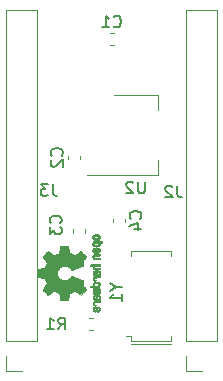
<source format=gbo>
G04 #@! TF.GenerationSoftware,KiCad,Pcbnew,(5.0.0)*
G04 #@! TF.CreationDate,2018-09-15T15:06:13-04:00*
G04 #@! TF.ProjectId,STMPod,53544D506F642E6B696361645F706362,rev?*
G04 #@! TF.SameCoordinates,Original*
G04 #@! TF.FileFunction,Legend,Bot*
G04 #@! TF.FilePolarity,Positive*
%FSLAX46Y46*%
G04 Gerber Fmt 4.6, Leading zero omitted, Abs format (unit mm)*
G04 Created by KiCad (PCBNEW (5.0.0)) date 09/15/18 15:06:13*
%MOMM*%
%LPD*%
G01*
G04 APERTURE LIST*
%ADD10C,0.120000*%
%ADD11C,0.010000*%
%ADD12C,0.150000*%
G04 APERTURE END LIST*
D10*
G04 #@! TO.C,R1*
X173319221Y-99443000D02*
X173644779Y-99443000D01*
X173319221Y-98423000D02*
X173644779Y-98423000D01*
G04 #@! TO.C,Y1*
X180262000Y-93160000D02*
X180262000Y-92760000D01*
X180262000Y-92760000D02*
X176862000Y-92760000D01*
X176862000Y-92760000D02*
X176862000Y-93160000D01*
X180262000Y-100600000D02*
X176862000Y-100600000D01*
X176462000Y-99960000D02*
X176862000Y-99960000D01*
X176862000Y-99960000D02*
X176862000Y-100360000D01*
X176862000Y-100360000D02*
X180262000Y-100360000D01*
X180262000Y-100360000D02*
X180262000Y-99960000D01*
G04 #@! TO.C,C1*
X175422779Y-74293000D02*
X175097221Y-74293000D01*
X175422779Y-75313000D02*
X175097221Y-75313000D01*
G04 #@! TO.C,C2*
X172595000Y-84673221D02*
X172595000Y-84998779D01*
X171575000Y-84673221D02*
X171575000Y-84998779D01*
G04 #@! TO.C,C3*
X172976000Y-91221779D02*
X172976000Y-90896221D01*
X171956000Y-91221779D02*
X171956000Y-90896221D01*
G04 #@! TO.C,C4*
X175385000Y-90332779D02*
X175385000Y-90007221D01*
X176405000Y-90332779D02*
X176405000Y-90007221D01*
G04 #@! TO.C,J2*
X181550000Y-72330000D02*
X184210000Y-72330000D01*
X181550000Y-100330000D02*
X181550000Y-72330000D01*
X184210000Y-100330000D02*
X184210000Y-72330000D01*
X181550000Y-100330000D02*
X184210000Y-100330000D01*
X181550000Y-101600000D02*
X181550000Y-102930000D01*
X181550000Y-102930000D02*
X182880000Y-102930000D01*
G04 #@! TO.C,J3*
X166310000Y-102930000D02*
X167640000Y-102930000D01*
X166310000Y-101600000D02*
X166310000Y-102930000D01*
X166310000Y-100330000D02*
X168970000Y-100330000D01*
X168970000Y-100330000D02*
X168970000Y-72330000D01*
X166310000Y-100330000D02*
X166310000Y-72330000D01*
X166310000Y-72330000D02*
X168970000Y-72330000D01*
D11*
G04 #@! TO.C,REF\002A\002A*
G36*
X168946348Y-94718910D02*
X168946778Y-94797454D01*
X168947942Y-94854298D01*
X168950207Y-94893105D01*
X168953940Y-94917538D01*
X168959506Y-94931262D01*
X168967273Y-94937940D01*
X168977605Y-94941236D01*
X168978943Y-94941556D01*
X169003079Y-94946562D01*
X169050701Y-94955829D01*
X169116741Y-94968392D01*
X169196128Y-94983287D01*
X169283796Y-94999551D01*
X169286875Y-95000119D01*
X169372789Y-95016410D01*
X169448696Y-95031652D01*
X169510045Y-95044861D01*
X169552282Y-95055054D01*
X169570855Y-95061248D01*
X169571184Y-95061543D01*
X169580253Y-95079788D01*
X169595367Y-95117405D01*
X169613262Y-95166271D01*
X169613358Y-95166543D01*
X169636493Y-95228093D01*
X169665965Y-95300657D01*
X169695597Y-95369057D01*
X169697062Y-95372294D01*
X169747626Y-95483702D01*
X169579160Y-95730399D01*
X169527803Y-95806077D01*
X169481889Y-95874631D01*
X169444030Y-95932088D01*
X169416837Y-95974476D01*
X169402921Y-95997825D01*
X169401889Y-96000042D01*
X169406484Y-96017010D01*
X169428655Y-96048701D01*
X169469447Y-96096352D01*
X169529905Y-96161198D01*
X169594227Y-96227397D01*
X169657612Y-96291214D01*
X169715451Y-96348329D01*
X169764175Y-96395305D01*
X169800210Y-96428703D01*
X169819984Y-96445085D01*
X169821002Y-96445694D01*
X169834572Y-96447505D01*
X169856733Y-96440683D01*
X169890478Y-96423540D01*
X169938800Y-96394393D01*
X170004692Y-96351555D01*
X170089517Y-96294448D01*
X170164177Y-96243766D01*
X170231140Y-96198461D01*
X170286516Y-96161150D01*
X170326420Y-96134452D01*
X170346962Y-96120985D01*
X170348356Y-96120137D01*
X170368038Y-96121781D01*
X170406293Y-96134245D01*
X170455889Y-96155048D01*
X170471728Y-96162462D01*
X170542290Y-96194814D01*
X170622353Y-96229328D01*
X170691629Y-96257365D01*
X170743045Y-96277568D01*
X170782119Y-96293615D01*
X170802541Y-96302888D01*
X170804114Y-96304041D01*
X170806721Y-96321096D01*
X170813863Y-96361298D01*
X170824523Y-96419302D01*
X170837685Y-96489763D01*
X170852333Y-96567335D01*
X170867449Y-96646672D01*
X170882018Y-96722431D01*
X170895022Y-96789264D01*
X170905445Y-96841828D01*
X170912270Y-96874776D01*
X170914199Y-96882857D01*
X170918962Y-96891205D01*
X170929718Y-96897506D01*
X170950098Y-96902045D01*
X170983734Y-96905104D01*
X171034255Y-96906967D01*
X171105292Y-96907918D01*
X171200476Y-96908240D01*
X171239492Y-96908257D01*
X171556799Y-96908257D01*
X171571839Y-96832057D01*
X171579995Y-96789663D01*
X171591899Y-96726400D01*
X171606116Y-96649962D01*
X171621210Y-96568043D01*
X171625355Y-96545400D01*
X171640053Y-96469806D01*
X171654505Y-96403953D01*
X171667375Y-96353366D01*
X171677322Y-96323574D01*
X171680287Y-96318612D01*
X171701283Y-96306426D01*
X171741967Y-96288953D01*
X171794322Y-96269577D01*
X171805600Y-96265734D01*
X171875523Y-96240339D01*
X171954418Y-96208817D01*
X172025266Y-96177969D01*
X172025595Y-96177817D01*
X172136733Y-96126447D01*
X172385253Y-96295399D01*
X172633772Y-96464352D01*
X172851058Y-96247429D01*
X172915726Y-96181819D01*
X172972733Y-96121979D01*
X173019033Y-96071267D01*
X173051584Y-96033046D01*
X173067343Y-96010675D01*
X173068343Y-96007466D01*
X173060469Y-95988626D01*
X173038578Y-95950180D01*
X173005267Y-95896330D01*
X172963131Y-95831276D01*
X172915943Y-95760940D01*
X172867810Y-95689555D01*
X172825928Y-95625908D01*
X172792871Y-95574041D01*
X172771218Y-95537995D01*
X172763543Y-95521867D01*
X172770037Y-95502189D01*
X172787150Y-95464875D01*
X172811326Y-95417621D01*
X172814013Y-95412612D01*
X172845927Y-95348977D01*
X172861579Y-95305341D01*
X172861745Y-95278202D01*
X172847204Y-95264057D01*
X172847000Y-95263975D01*
X172829779Y-95256905D01*
X172788899Y-95240042D01*
X172727525Y-95214695D01*
X172648819Y-95182171D01*
X172555947Y-95143778D01*
X172452072Y-95100822D01*
X172351502Y-95059222D01*
X172240516Y-95013504D01*
X172137703Y-94971526D01*
X172046215Y-94934548D01*
X171969201Y-94903827D01*
X171909815Y-94880622D01*
X171871209Y-94866190D01*
X171856800Y-94861743D01*
X171840272Y-94872896D01*
X171813930Y-94902069D01*
X171784887Y-94940971D01*
X171693039Y-95051757D01*
X171587759Y-95138351D01*
X171471266Y-95199716D01*
X171345776Y-95234815D01*
X171213507Y-95242608D01*
X171152457Y-95236943D01*
X171025795Y-95206078D01*
X170913941Y-95152920D01*
X170818001Y-95080767D01*
X170739076Y-94992917D01*
X170678270Y-94892665D01*
X170636687Y-94783310D01*
X170615428Y-94668147D01*
X170615599Y-94550475D01*
X170638301Y-94433590D01*
X170684638Y-94320789D01*
X170755713Y-94215369D01*
X170795911Y-94171368D01*
X170899129Y-94086979D01*
X171011925Y-94028222D01*
X171131010Y-93994704D01*
X171253095Y-93986035D01*
X171374893Y-94001823D01*
X171493116Y-94041678D01*
X171604475Y-94105207D01*
X171705684Y-94192021D01*
X171784887Y-94289029D01*
X171815162Y-94329437D01*
X171841219Y-94357982D01*
X171856825Y-94368257D01*
X171873843Y-94362877D01*
X171914500Y-94347575D01*
X171975642Y-94323612D01*
X172054119Y-94292244D01*
X172146780Y-94254732D01*
X172250472Y-94212333D01*
X172351526Y-94170663D01*
X172462607Y-94124690D01*
X172565541Y-94082107D01*
X172657165Y-94044221D01*
X172734316Y-94012340D01*
X172793831Y-93987771D01*
X172832544Y-93971820D01*
X172847000Y-93965910D01*
X172861685Y-93951948D01*
X172861642Y-93924940D01*
X172846099Y-93881413D01*
X172814284Y-93817890D01*
X172814013Y-93817388D01*
X172789323Y-93769560D01*
X172771338Y-93730897D01*
X172763614Y-93709095D01*
X172763543Y-93708133D01*
X172771378Y-93691721D01*
X172793165Y-93655487D01*
X172826328Y-93603474D01*
X172868291Y-93539725D01*
X172915943Y-93469060D01*
X172964191Y-93397116D01*
X173006151Y-93332274D01*
X173039227Y-93278735D01*
X173060821Y-93240697D01*
X173068343Y-93222533D01*
X173058457Y-93205808D01*
X173030826Y-93172180D01*
X172988495Y-93125010D01*
X172934505Y-93067658D01*
X172871899Y-93003484D01*
X172850983Y-92982497D01*
X172633623Y-92765499D01*
X172391220Y-92930668D01*
X172316781Y-92980864D01*
X172249972Y-93024919D01*
X172194665Y-93060362D01*
X172154729Y-93084719D01*
X172134036Y-93095522D01*
X172132563Y-93095838D01*
X172113058Y-93090143D01*
X172073822Y-93074826D01*
X172021430Y-93052537D01*
X171986355Y-93036893D01*
X171919201Y-93007641D01*
X171851358Y-92980094D01*
X171794034Y-92958737D01*
X171776572Y-92952935D01*
X171729938Y-92936452D01*
X171693905Y-92920340D01*
X171680287Y-92911490D01*
X171671952Y-92891960D01*
X171660137Y-92849334D01*
X171646181Y-92789145D01*
X171631422Y-92716922D01*
X171625355Y-92684600D01*
X171610273Y-92602522D01*
X171595669Y-92523795D01*
X171582980Y-92456109D01*
X171573642Y-92407160D01*
X171571839Y-92397943D01*
X171556799Y-92321743D01*
X171239492Y-92321743D01*
X171135154Y-92321914D01*
X171056213Y-92322616D01*
X170999038Y-92324134D01*
X170959999Y-92326749D01*
X170935465Y-92330746D01*
X170921805Y-92336409D01*
X170915389Y-92344020D01*
X170914199Y-92347143D01*
X170909980Y-92365978D01*
X170901562Y-92407588D01*
X170889961Y-92466630D01*
X170876195Y-92537757D01*
X170861280Y-92615625D01*
X170846232Y-92694887D01*
X170832069Y-92770198D01*
X170819806Y-92836213D01*
X170810461Y-92887587D01*
X170805050Y-92918975D01*
X170804114Y-92925959D01*
X170791596Y-92932285D01*
X170758246Y-92946290D01*
X170710377Y-92965355D01*
X170691629Y-92972634D01*
X170619195Y-93001996D01*
X170539170Y-93036571D01*
X170471728Y-93067537D01*
X170420159Y-93090323D01*
X170377785Y-93105482D01*
X170351834Y-93110542D01*
X170348356Y-93109736D01*
X170331936Y-93099041D01*
X170295417Y-93074620D01*
X170242687Y-93039095D01*
X170177635Y-92995087D01*
X170104151Y-92945217D01*
X170089645Y-92935356D01*
X170003704Y-92877492D01*
X169938261Y-92834956D01*
X169890304Y-92806054D01*
X169856820Y-92789090D01*
X169834795Y-92782367D01*
X169821217Y-92784190D01*
X169821131Y-92784236D01*
X169803297Y-92798586D01*
X169768817Y-92830323D01*
X169721268Y-92876010D01*
X169664222Y-92932204D01*
X169601255Y-92995468D01*
X169594227Y-93002602D01*
X169517020Y-93082330D01*
X169460330Y-93143857D01*
X169423110Y-93188421D01*
X169404315Y-93217257D01*
X169401889Y-93229958D01*
X169412471Y-93248494D01*
X169436916Y-93286961D01*
X169472612Y-93341386D01*
X169516947Y-93407798D01*
X169567311Y-93482225D01*
X169579160Y-93499601D01*
X169747626Y-93746297D01*
X169697062Y-93857706D01*
X169667595Y-93925457D01*
X169637959Y-93998183D01*
X169614330Y-94060703D01*
X169613358Y-94063457D01*
X169595457Y-94112360D01*
X169580320Y-94150057D01*
X169571210Y-94168425D01*
X169571184Y-94168456D01*
X169554717Y-94174285D01*
X169514219Y-94184192D01*
X169454242Y-94197195D01*
X169379340Y-94212309D01*
X169294064Y-94228552D01*
X169286875Y-94229881D01*
X169199014Y-94246175D01*
X169119260Y-94261133D01*
X169052681Y-94273791D01*
X169004347Y-94283186D01*
X168979325Y-94288354D01*
X168978943Y-94288444D01*
X168968299Y-94291589D01*
X168960262Y-94297704D01*
X168954467Y-94310453D01*
X168950547Y-94333500D01*
X168948135Y-94370509D01*
X168946865Y-94425144D01*
X168946371Y-94501067D01*
X168946286Y-94601944D01*
X168946286Y-94615000D01*
X168946348Y-94718910D01*
X168946348Y-94718910D01*
G37*
X168946348Y-94718910D02*
X168946778Y-94797454D01*
X168947942Y-94854298D01*
X168950207Y-94893105D01*
X168953940Y-94917538D01*
X168959506Y-94931262D01*
X168967273Y-94937940D01*
X168977605Y-94941236D01*
X168978943Y-94941556D01*
X169003079Y-94946562D01*
X169050701Y-94955829D01*
X169116741Y-94968392D01*
X169196128Y-94983287D01*
X169283796Y-94999551D01*
X169286875Y-95000119D01*
X169372789Y-95016410D01*
X169448696Y-95031652D01*
X169510045Y-95044861D01*
X169552282Y-95055054D01*
X169570855Y-95061248D01*
X169571184Y-95061543D01*
X169580253Y-95079788D01*
X169595367Y-95117405D01*
X169613262Y-95166271D01*
X169613358Y-95166543D01*
X169636493Y-95228093D01*
X169665965Y-95300657D01*
X169695597Y-95369057D01*
X169697062Y-95372294D01*
X169747626Y-95483702D01*
X169579160Y-95730399D01*
X169527803Y-95806077D01*
X169481889Y-95874631D01*
X169444030Y-95932088D01*
X169416837Y-95974476D01*
X169402921Y-95997825D01*
X169401889Y-96000042D01*
X169406484Y-96017010D01*
X169428655Y-96048701D01*
X169469447Y-96096352D01*
X169529905Y-96161198D01*
X169594227Y-96227397D01*
X169657612Y-96291214D01*
X169715451Y-96348329D01*
X169764175Y-96395305D01*
X169800210Y-96428703D01*
X169819984Y-96445085D01*
X169821002Y-96445694D01*
X169834572Y-96447505D01*
X169856733Y-96440683D01*
X169890478Y-96423540D01*
X169938800Y-96394393D01*
X170004692Y-96351555D01*
X170089517Y-96294448D01*
X170164177Y-96243766D01*
X170231140Y-96198461D01*
X170286516Y-96161150D01*
X170326420Y-96134452D01*
X170346962Y-96120985D01*
X170348356Y-96120137D01*
X170368038Y-96121781D01*
X170406293Y-96134245D01*
X170455889Y-96155048D01*
X170471728Y-96162462D01*
X170542290Y-96194814D01*
X170622353Y-96229328D01*
X170691629Y-96257365D01*
X170743045Y-96277568D01*
X170782119Y-96293615D01*
X170802541Y-96302888D01*
X170804114Y-96304041D01*
X170806721Y-96321096D01*
X170813863Y-96361298D01*
X170824523Y-96419302D01*
X170837685Y-96489763D01*
X170852333Y-96567335D01*
X170867449Y-96646672D01*
X170882018Y-96722431D01*
X170895022Y-96789264D01*
X170905445Y-96841828D01*
X170912270Y-96874776D01*
X170914199Y-96882857D01*
X170918962Y-96891205D01*
X170929718Y-96897506D01*
X170950098Y-96902045D01*
X170983734Y-96905104D01*
X171034255Y-96906967D01*
X171105292Y-96907918D01*
X171200476Y-96908240D01*
X171239492Y-96908257D01*
X171556799Y-96908257D01*
X171571839Y-96832057D01*
X171579995Y-96789663D01*
X171591899Y-96726400D01*
X171606116Y-96649962D01*
X171621210Y-96568043D01*
X171625355Y-96545400D01*
X171640053Y-96469806D01*
X171654505Y-96403953D01*
X171667375Y-96353366D01*
X171677322Y-96323574D01*
X171680287Y-96318612D01*
X171701283Y-96306426D01*
X171741967Y-96288953D01*
X171794322Y-96269577D01*
X171805600Y-96265734D01*
X171875523Y-96240339D01*
X171954418Y-96208817D01*
X172025266Y-96177969D01*
X172025595Y-96177817D01*
X172136733Y-96126447D01*
X172385253Y-96295399D01*
X172633772Y-96464352D01*
X172851058Y-96247429D01*
X172915726Y-96181819D01*
X172972733Y-96121979D01*
X173019033Y-96071267D01*
X173051584Y-96033046D01*
X173067343Y-96010675D01*
X173068343Y-96007466D01*
X173060469Y-95988626D01*
X173038578Y-95950180D01*
X173005267Y-95896330D01*
X172963131Y-95831276D01*
X172915943Y-95760940D01*
X172867810Y-95689555D01*
X172825928Y-95625908D01*
X172792871Y-95574041D01*
X172771218Y-95537995D01*
X172763543Y-95521867D01*
X172770037Y-95502189D01*
X172787150Y-95464875D01*
X172811326Y-95417621D01*
X172814013Y-95412612D01*
X172845927Y-95348977D01*
X172861579Y-95305341D01*
X172861745Y-95278202D01*
X172847204Y-95264057D01*
X172847000Y-95263975D01*
X172829779Y-95256905D01*
X172788899Y-95240042D01*
X172727525Y-95214695D01*
X172648819Y-95182171D01*
X172555947Y-95143778D01*
X172452072Y-95100822D01*
X172351502Y-95059222D01*
X172240516Y-95013504D01*
X172137703Y-94971526D01*
X172046215Y-94934548D01*
X171969201Y-94903827D01*
X171909815Y-94880622D01*
X171871209Y-94866190D01*
X171856800Y-94861743D01*
X171840272Y-94872896D01*
X171813930Y-94902069D01*
X171784887Y-94940971D01*
X171693039Y-95051757D01*
X171587759Y-95138351D01*
X171471266Y-95199716D01*
X171345776Y-95234815D01*
X171213507Y-95242608D01*
X171152457Y-95236943D01*
X171025795Y-95206078D01*
X170913941Y-95152920D01*
X170818001Y-95080767D01*
X170739076Y-94992917D01*
X170678270Y-94892665D01*
X170636687Y-94783310D01*
X170615428Y-94668147D01*
X170615599Y-94550475D01*
X170638301Y-94433590D01*
X170684638Y-94320789D01*
X170755713Y-94215369D01*
X170795911Y-94171368D01*
X170899129Y-94086979D01*
X171011925Y-94028222D01*
X171131010Y-93994704D01*
X171253095Y-93986035D01*
X171374893Y-94001823D01*
X171493116Y-94041678D01*
X171604475Y-94105207D01*
X171705684Y-94192021D01*
X171784887Y-94289029D01*
X171815162Y-94329437D01*
X171841219Y-94357982D01*
X171856825Y-94368257D01*
X171873843Y-94362877D01*
X171914500Y-94347575D01*
X171975642Y-94323612D01*
X172054119Y-94292244D01*
X172146780Y-94254732D01*
X172250472Y-94212333D01*
X172351526Y-94170663D01*
X172462607Y-94124690D01*
X172565541Y-94082107D01*
X172657165Y-94044221D01*
X172734316Y-94012340D01*
X172793831Y-93987771D01*
X172832544Y-93971820D01*
X172847000Y-93965910D01*
X172861685Y-93951948D01*
X172861642Y-93924940D01*
X172846099Y-93881413D01*
X172814284Y-93817890D01*
X172814013Y-93817388D01*
X172789323Y-93769560D01*
X172771338Y-93730897D01*
X172763614Y-93709095D01*
X172763543Y-93708133D01*
X172771378Y-93691721D01*
X172793165Y-93655487D01*
X172826328Y-93603474D01*
X172868291Y-93539725D01*
X172915943Y-93469060D01*
X172964191Y-93397116D01*
X173006151Y-93332274D01*
X173039227Y-93278735D01*
X173060821Y-93240697D01*
X173068343Y-93222533D01*
X173058457Y-93205808D01*
X173030826Y-93172180D01*
X172988495Y-93125010D01*
X172934505Y-93067658D01*
X172871899Y-93003484D01*
X172850983Y-92982497D01*
X172633623Y-92765499D01*
X172391220Y-92930668D01*
X172316781Y-92980864D01*
X172249972Y-93024919D01*
X172194665Y-93060362D01*
X172154729Y-93084719D01*
X172134036Y-93095522D01*
X172132563Y-93095838D01*
X172113058Y-93090143D01*
X172073822Y-93074826D01*
X172021430Y-93052537D01*
X171986355Y-93036893D01*
X171919201Y-93007641D01*
X171851358Y-92980094D01*
X171794034Y-92958737D01*
X171776572Y-92952935D01*
X171729938Y-92936452D01*
X171693905Y-92920340D01*
X171680287Y-92911490D01*
X171671952Y-92891960D01*
X171660137Y-92849334D01*
X171646181Y-92789145D01*
X171631422Y-92716922D01*
X171625355Y-92684600D01*
X171610273Y-92602522D01*
X171595669Y-92523795D01*
X171582980Y-92456109D01*
X171573642Y-92407160D01*
X171571839Y-92397943D01*
X171556799Y-92321743D01*
X171239492Y-92321743D01*
X171135154Y-92321914D01*
X171056213Y-92322616D01*
X170999038Y-92324134D01*
X170959999Y-92326749D01*
X170935465Y-92330746D01*
X170921805Y-92336409D01*
X170915389Y-92344020D01*
X170914199Y-92347143D01*
X170909980Y-92365978D01*
X170901562Y-92407588D01*
X170889961Y-92466630D01*
X170876195Y-92537757D01*
X170861280Y-92615625D01*
X170846232Y-92694887D01*
X170832069Y-92770198D01*
X170819806Y-92836213D01*
X170810461Y-92887587D01*
X170805050Y-92918975D01*
X170804114Y-92925959D01*
X170791596Y-92932285D01*
X170758246Y-92946290D01*
X170710377Y-92965355D01*
X170691629Y-92972634D01*
X170619195Y-93001996D01*
X170539170Y-93036571D01*
X170471728Y-93067537D01*
X170420159Y-93090323D01*
X170377785Y-93105482D01*
X170351834Y-93110542D01*
X170348356Y-93109736D01*
X170331936Y-93099041D01*
X170295417Y-93074620D01*
X170242687Y-93039095D01*
X170177635Y-92995087D01*
X170104151Y-92945217D01*
X170089645Y-92935356D01*
X170003704Y-92877492D01*
X169938261Y-92834956D01*
X169890304Y-92806054D01*
X169856820Y-92789090D01*
X169834795Y-92782367D01*
X169821217Y-92784190D01*
X169821131Y-92784236D01*
X169803297Y-92798586D01*
X169768817Y-92830323D01*
X169721268Y-92876010D01*
X169664222Y-92932204D01*
X169601255Y-92995468D01*
X169594227Y-93002602D01*
X169517020Y-93082330D01*
X169460330Y-93143857D01*
X169423110Y-93188421D01*
X169404315Y-93217257D01*
X169401889Y-93229958D01*
X169412471Y-93248494D01*
X169436916Y-93286961D01*
X169472612Y-93341386D01*
X169516947Y-93407798D01*
X169567311Y-93482225D01*
X169579160Y-93499601D01*
X169747626Y-93746297D01*
X169697062Y-93857706D01*
X169667595Y-93925457D01*
X169637959Y-93998183D01*
X169614330Y-94060703D01*
X169613358Y-94063457D01*
X169595457Y-94112360D01*
X169580320Y-94150057D01*
X169571210Y-94168425D01*
X169571184Y-94168456D01*
X169554717Y-94174285D01*
X169514219Y-94184192D01*
X169454242Y-94197195D01*
X169379340Y-94212309D01*
X169294064Y-94228552D01*
X169286875Y-94229881D01*
X169199014Y-94246175D01*
X169119260Y-94261133D01*
X169052681Y-94273791D01*
X169004347Y-94283186D01*
X168979325Y-94288354D01*
X168978943Y-94288444D01*
X168968299Y-94291589D01*
X168960262Y-94297704D01*
X168954467Y-94310453D01*
X168950547Y-94333500D01*
X168948135Y-94370509D01*
X168946865Y-94425144D01*
X168946371Y-94501067D01*
X168946286Y-94601944D01*
X168946286Y-94615000D01*
X168946348Y-94718910D01*
G36*
X173670966Y-97768595D02*
X173708497Y-97826021D01*
X173742096Y-97853719D01*
X173803064Y-97875662D01*
X173851308Y-97877405D01*
X173915816Y-97873457D01*
X173980934Y-97724686D01*
X174014202Y-97652349D01*
X174040964Y-97605084D01*
X174064144Y-97580507D01*
X174086667Y-97576237D01*
X174111455Y-97589889D01*
X174127886Y-97604943D01*
X174154235Y-97648746D01*
X174156081Y-97696389D01*
X174135546Y-97740145D01*
X174094752Y-97772289D01*
X174080347Y-97778038D01*
X174035356Y-97805576D01*
X174016182Y-97837258D01*
X173999779Y-97880714D01*
X174061966Y-97880714D01*
X174104283Y-97876872D01*
X174139969Y-97861823D01*
X174180943Y-97830280D01*
X174186267Y-97825592D01*
X174222720Y-97790506D01*
X174242283Y-97760347D01*
X174251283Y-97722615D01*
X174254230Y-97691335D01*
X174254965Y-97635385D01*
X174245660Y-97595555D01*
X174231846Y-97570708D01*
X174201467Y-97531656D01*
X174168613Y-97504625D01*
X174127294Y-97487517D01*
X174071521Y-97478238D01*
X173995305Y-97474693D01*
X173956622Y-97474410D01*
X173910247Y-97475372D01*
X173910247Y-97563007D01*
X173935126Y-97564023D01*
X173939200Y-97566556D01*
X173933665Y-97583274D01*
X173919017Y-97619249D01*
X173898190Y-97667331D01*
X173893714Y-97677386D01*
X173862814Y-97738152D01*
X173835657Y-97771632D01*
X173810220Y-97778990D01*
X173784481Y-97761391D01*
X173773109Y-97746856D01*
X173750364Y-97694410D01*
X173754122Y-97645322D01*
X173781884Y-97604227D01*
X173831152Y-97575758D01*
X173870257Y-97566631D01*
X173910247Y-97563007D01*
X173910247Y-97475372D01*
X173866249Y-97476285D01*
X173799384Y-97483196D01*
X173750695Y-97496884D01*
X173714849Y-97519096D01*
X173686513Y-97551574D01*
X173677355Y-97565733D01*
X173653507Y-97630053D01*
X173652006Y-97700473D01*
X173670966Y-97768595D01*
X173670966Y-97768595D01*
G37*
X173670966Y-97768595D02*
X173708497Y-97826021D01*
X173742096Y-97853719D01*
X173803064Y-97875662D01*
X173851308Y-97877405D01*
X173915816Y-97873457D01*
X173980934Y-97724686D01*
X174014202Y-97652349D01*
X174040964Y-97605084D01*
X174064144Y-97580507D01*
X174086667Y-97576237D01*
X174111455Y-97589889D01*
X174127886Y-97604943D01*
X174154235Y-97648746D01*
X174156081Y-97696389D01*
X174135546Y-97740145D01*
X174094752Y-97772289D01*
X174080347Y-97778038D01*
X174035356Y-97805576D01*
X174016182Y-97837258D01*
X173999779Y-97880714D01*
X174061966Y-97880714D01*
X174104283Y-97876872D01*
X174139969Y-97861823D01*
X174180943Y-97830280D01*
X174186267Y-97825592D01*
X174222720Y-97790506D01*
X174242283Y-97760347D01*
X174251283Y-97722615D01*
X174254230Y-97691335D01*
X174254965Y-97635385D01*
X174245660Y-97595555D01*
X174231846Y-97570708D01*
X174201467Y-97531656D01*
X174168613Y-97504625D01*
X174127294Y-97487517D01*
X174071521Y-97478238D01*
X173995305Y-97474693D01*
X173956622Y-97474410D01*
X173910247Y-97475372D01*
X173910247Y-97563007D01*
X173935126Y-97564023D01*
X173939200Y-97566556D01*
X173933665Y-97583274D01*
X173919017Y-97619249D01*
X173898190Y-97667331D01*
X173893714Y-97677386D01*
X173862814Y-97738152D01*
X173835657Y-97771632D01*
X173810220Y-97778990D01*
X173784481Y-97761391D01*
X173773109Y-97746856D01*
X173750364Y-97694410D01*
X173754122Y-97645322D01*
X173781884Y-97604227D01*
X173831152Y-97575758D01*
X173870257Y-97566631D01*
X173910247Y-97563007D01*
X173910247Y-97475372D01*
X173866249Y-97476285D01*
X173799384Y-97483196D01*
X173750695Y-97496884D01*
X173714849Y-97519096D01*
X173686513Y-97551574D01*
X173677355Y-97565733D01*
X173653507Y-97630053D01*
X173652006Y-97700473D01*
X173670966Y-97768595D01*
G36*
X173662752Y-97267600D02*
X173670334Y-97284948D01*
X173703128Y-97326356D01*
X173750547Y-97361765D01*
X173801151Y-97383664D01*
X173826098Y-97387229D01*
X173860927Y-97375279D01*
X173879357Y-97349067D01*
X173890516Y-97320964D01*
X173892572Y-97308095D01*
X173877649Y-97301829D01*
X173845175Y-97289456D01*
X173830502Y-97284028D01*
X173779744Y-97253590D01*
X173754427Y-97209520D01*
X173755206Y-97153010D01*
X173756203Y-97148825D01*
X173770507Y-97118655D01*
X173798393Y-97096476D01*
X173843287Y-97081327D01*
X173908615Y-97072250D01*
X173997804Y-97068286D01*
X174045261Y-97067914D01*
X174120071Y-97067730D01*
X174171069Y-97066522D01*
X174203471Y-97063309D01*
X174222495Y-97057109D01*
X174233356Y-97046940D01*
X174241272Y-97031819D01*
X174241670Y-97030946D01*
X174253981Y-97001828D01*
X174258514Y-96987403D01*
X174244809Y-96985186D01*
X174206925Y-96983289D01*
X174149715Y-96981847D01*
X174078027Y-96980998D01*
X174025565Y-96980829D01*
X173924047Y-96981692D01*
X173847032Y-96985070D01*
X173790023Y-96992142D01*
X173748526Y-97004088D01*
X173718043Y-97022090D01*
X173694080Y-97047327D01*
X173677355Y-97072247D01*
X173655097Y-97132171D01*
X173650076Y-97201911D01*
X173662752Y-97267600D01*
X173662752Y-97267600D01*
G37*
X173662752Y-97267600D02*
X173670334Y-97284948D01*
X173703128Y-97326356D01*
X173750547Y-97361765D01*
X173801151Y-97383664D01*
X173826098Y-97387229D01*
X173860927Y-97375279D01*
X173879357Y-97349067D01*
X173890516Y-97320964D01*
X173892572Y-97308095D01*
X173877649Y-97301829D01*
X173845175Y-97289456D01*
X173830502Y-97284028D01*
X173779744Y-97253590D01*
X173754427Y-97209520D01*
X173755206Y-97153010D01*
X173756203Y-97148825D01*
X173770507Y-97118655D01*
X173798393Y-97096476D01*
X173843287Y-97081327D01*
X173908615Y-97072250D01*
X173997804Y-97068286D01*
X174045261Y-97067914D01*
X174120071Y-97067730D01*
X174171069Y-97066522D01*
X174203471Y-97063309D01*
X174222495Y-97057109D01*
X174233356Y-97046940D01*
X174241272Y-97031819D01*
X174241670Y-97030946D01*
X174253981Y-97001828D01*
X174258514Y-96987403D01*
X174244809Y-96985186D01*
X174206925Y-96983289D01*
X174149715Y-96981847D01*
X174078027Y-96980998D01*
X174025565Y-96980829D01*
X173924047Y-96981692D01*
X173847032Y-96985070D01*
X173790023Y-96992142D01*
X173748526Y-97004088D01*
X173718043Y-97022090D01*
X173694080Y-97047327D01*
X173677355Y-97072247D01*
X173655097Y-97132171D01*
X173650076Y-97201911D01*
X173662752Y-97267600D01*
G36*
X173660335Y-96759876D02*
X173679344Y-96801667D01*
X173702378Y-96834469D01*
X173728133Y-96858503D01*
X173761358Y-96875097D01*
X173806800Y-96885577D01*
X173869207Y-96891271D01*
X173953327Y-96893507D01*
X174008721Y-96893743D01*
X174224826Y-96893743D01*
X174241670Y-96856774D01*
X174253981Y-96827656D01*
X174258514Y-96813231D01*
X174245025Y-96810472D01*
X174208653Y-96808282D01*
X174155542Y-96806942D01*
X174113372Y-96806657D01*
X174052447Y-96805434D01*
X174004115Y-96802136D01*
X173974518Y-96797321D01*
X173968229Y-96793496D01*
X173974652Y-96767783D01*
X173991125Y-96727418D01*
X174013458Y-96680679D01*
X174037457Y-96635845D01*
X174058930Y-96601193D01*
X174073685Y-96585002D01*
X174073845Y-96584938D01*
X174101152Y-96586330D01*
X174127219Y-96598818D01*
X174148392Y-96620743D01*
X174155474Y-96652743D01*
X174154649Y-96680092D01*
X174154042Y-96718826D01*
X174163116Y-96739158D01*
X174187092Y-96751369D01*
X174191613Y-96752909D01*
X174225806Y-96758203D01*
X174246568Y-96744047D01*
X174256462Y-96707148D01*
X174258292Y-96667289D01*
X174244727Y-96595562D01*
X174225355Y-96558432D01*
X174179845Y-96512576D01*
X174123983Y-96488256D01*
X174064957Y-96486073D01*
X174009953Y-96506629D01*
X173975486Y-96537549D01*
X173956189Y-96568420D01*
X173931759Y-96616942D01*
X173906985Y-96673485D01*
X173903199Y-96682910D01*
X173875791Y-96745019D01*
X173851634Y-96780822D01*
X173827619Y-96792337D01*
X173800635Y-96781580D01*
X173779543Y-96763114D01*
X173753572Y-96719469D01*
X173751624Y-96671446D01*
X173771637Y-96627406D01*
X173811551Y-96595709D01*
X173821848Y-96591549D01*
X173859724Y-96567327D01*
X173887842Y-96531965D01*
X173910917Y-96487343D01*
X173845485Y-96487343D01*
X173805506Y-96489969D01*
X173773997Y-96501230D01*
X173740378Y-96526199D01*
X173714484Y-96550169D01*
X173677817Y-96587441D01*
X173658121Y-96616401D01*
X173650220Y-96647505D01*
X173648914Y-96682713D01*
X173660335Y-96759876D01*
X173660335Y-96759876D01*
G37*
X173660335Y-96759876D02*
X173679344Y-96801667D01*
X173702378Y-96834469D01*
X173728133Y-96858503D01*
X173761358Y-96875097D01*
X173806800Y-96885577D01*
X173869207Y-96891271D01*
X173953327Y-96893507D01*
X174008721Y-96893743D01*
X174224826Y-96893743D01*
X174241670Y-96856774D01*
X174253981Y-96827656D01*
X174258514Y-96813231D01*
X174245025Y-96810472D01*
X174208653Y-96808282D01*
X174155542Y-96806942D01*
X174113372Y-96806657D01*
X174052447Y-96805434D01*
X174004115Y-96802136D01*
X173974518Y-96797321D01*
X173968229Y-96793496D01*
X173974652Y-96767783D01*
X173991125Y-96727418D01*
X174013458Y-96680679D01*
X174037457Y-96635845D01*
X174058930Y-96601193D01*
X174073685Y-96585002D01*
X174073845Y-96584938D01*
X174101152Y-96586330D01*
X174127219Y-96598818D01*
X174148392Y-96620743D01*
X174155474Y-96652743D01*
X174154649Y-96680092D01*
X174154042Y-96718826D01*
X174163116Y-96739158D01*
X174187092Y-96751369D01*
X174191613Y-96752909D01*
X174225806Y-96758203D01*
X174246568Y-96744047D01*
X174256462Y-96707148D01*
X174258292Y-96667289D01*
X174244727Y-96595562D01*
X174225355Y-96558432D01*
X174179845Y-96512576D01*
X174123983Y-96488256D01*
X174064957Y-96486073D01*
X174009953Y-96506629D01*
X173975486Y-96537549D01*
X173956189Y-96568420D01*
X173931759Y-96616942D01*
X173906985Y-96673485D01*
X173903199Y-96682910D01*
X173875791Y-96745019D01*
X173851634Y-96780822D01*
X173827619Y-96792337D01*
X173800635Y-96781580D01*
X173779543Y-96763114D01*
X173753572Y-96719469D01*
X173751624Y-96671446D01*
X173771637Y-96627406D01*
X173811551Y-96595709D01*
X173821848Y-96591549D01*
X173859724Y-96567327D01*
X173887842Y-96531965D01*
X173910917Y-96487343D01*
X173845485Y-96487343D01*
X173805506Y-96489969D01*
X173773997Y-96501230D01*
X173740378Y-96526199D01*
X173714484Y-96550169D01*
X173677817Y-96587441D01*
X173658121Y-96616401D01*
X173650220Y-96647505D01*
X173648914Y-96682713D01*
X173660335Y-96759876D01*
G36*
X173662663Y-96394833D02*
X173700850Y-96397048D01*
X173758886Y-96398784D01*
X173832180Y-96399899D01*
X173909055Y-96400257D01*
X174169196Y-96400257D01*
X174215127Y-96354326D01*
X174243429Y-96322675D01*
X174254893Y-96294890D01*
X174254168Y-96256915D01*
X174252321Y-96241840D01*
X174246948Y-96194726D01*
X174243869Y-96155756D01*
X174243585Y-96146257D01*
X174245445Y-96114233D01*
X174250114Y-96068432D01*
X174252321Y-96050674D01*
X174255735Y-96007057D01*
X174248320Y-95977745D01*
X174225427Y-95948680D01*
X174215127Y-95938188D01*
X174169196Y-95892257D01*
X173682602Y-95892257D01*
X173665758Y-95929226D01*
X173653282Y-95961059D01*
X173648914Y-95979683D01*
X173662718Y-95984458D01*
X173701286Y-95988921D01*
X173760356Y-95992775D01*
X173835663Y-95995722D01*
X173899286Y-95997143D01*
X174149657Y-96001114D01*
X174154556Y-96035759D01*
X174151131Y-96067268D01*
X174140041Y-96082708D01*
X174119308Y-96087023D01*
X174075145Y-96090708D01*
X174013146Y-96093469D01*
X173938909Y-96095012D01*
X173900706Y-96095235D01*
X173680783Y-96095457D01*
X173664849Y-96141166D01*
X173654015Y-96173518D01*
X173648962Y-96191115D01*
X173648914Y-96191623D01*
X173662648Y-96193388D01*
X173700730Y-96195329D01*
X173758482Y-96197282D01*
X173831227Y-96199084D01*
X173899286Y-96200343D01*
X174149657Y-96204314D01*
X174149657Y-96291400D01*
X173921240Y-96295396D01*
X173692822Y-96299392D01*
X173670868Y-96341847D01*
X173655793Y-96373192D01*
X173648951Y-96391744D01*
X173648914Y-96392279D01*
X173662663Y-96394833D01*
X173662663Y-96394833D01*
G37*
X173662663Y-96394833D02*
X173700850Y-96397048D01*
X173758886Y-96398784D01*
X173832180Y-96399899D01*
X173909055Y-96400257D01*
X174169196Y-96400257D01*
X174215127Y-96354326D01*
X174243429Y-96322675D01*
X174254893Y-96294890D01*
X174254168Y-96256915D01*
X174252321Y-96241840D01*
X174246948Y-96194726D01*
X174243869Y-96155756D01*
X174243585Y-96146257D01*
X174245445Y-96114233D01*
X174250114Y-96068432D01*
X174252321Y-96050674D01*
X174255735Y-96007057D01*
X174248320Y-95977745D01*
X174225427Y-95948680D01*
X174215127Y-95938188D01*
X174169196Y-95892257D01*
X173682602Y-95892257D01*
X173665758Y-95929226D01*
X173653282Y-95961059D01*
X173648914Y-95979683D01*
X173662718Y-95984458D01*
X173701286Y-95988921D01*
X173760356Y-95992775D01*
X173835663Y-95995722D01*
X173899286Y-95997143D01*
X174149657Y-96001114D01*
X174154556Y-96035759D01*
X174151131Y-96067268D01*
X174140041Y-96082708D01*
X174119308Y-96087023D01*
X174075145Y-96090708D01*
X174013146Y-96093469D01*
X173938909Y-96095012D01*
X173900706Y-96095235D01*
X173680783Y-96095457D01*
X173664849Y-96141166D01*
X173654015Y-96173518D01*
X173648962Y-96191115D01*
X173648914Y-96191623D01*
X173662648Y-96193388D01*
X173700730Y-96195329D01*
X173758482Y-96197282D01*
X173831227Y-96199084D01*
X173899286Y-96200343D01*
X174149657Y-96204314D01*
X174149657Y-96291400D01*
X173921240Y-96295396D01*
X173692822Y-96299392D01*
X173670868Y-96341847D01*
X173655793Y-96373192D01*
X173648951Y-96391744D01*
X173648914Y-96392279D01*
X173662663Y-96394833D01*
G36*
X173769358Y-95805117D02*
X173877837Y-95804933D01*
X173961287Y-95804219D01*
X174023704Y-95802675D01*
X174069085Y-95800001D01*
X174101429Y-95795894D01*
X174124733Y-95790055D01*
X174142995Y-95782182D01*
X174153418Y-95776221D01*
X174209945Y-95726855D01*
X174245377Y-95664264D01*
X174258090Y-95595013D01*
X174246463Y-95525668D01*
X174225568Y-95484375D01*
X174189422Y-95441025D01*
X174145276Y-95411481D01*
X174087462Y-95393655D01*
X174010313Y-95385463D01*
X173953714Y-95384302D01*
X173949647Y-95384458D01*
X173949647Y-95485857D01*
X174014550Y-95486476D01*
X174057514Y-95489314D01*
X174085622Y-95495840D01*
X174105953Y-95507523D01*
X174121288Y-95521483D01*
X174150890Y-95568365D01*
X174153419Y-95618701D01*
X174128705Y-95666276D01*
X174125356Y-95669979D01*
X174107935Y-95685783D01*
X174087209Y-95695693D01*
X174056362Y-95701058D01*
X174008577Y-95703228D01*
X173955748Y-95703571D01*
X173889381Y-95702827D01*
X173845106Y-95699748D01*
X173816009Y-95693061D01*
X173795173Y-95681496D01*
X173784107Y-95672013D01*
X173756198Y-95627960D01*
X173752843Y-95577224D01*
X173774159Y-95528796D01*
X173782073Y-95519450D01*
X173799647Y-95503540D01*
X173820587Y-95493610D01*
X173851782Y-95488278D01*
X173900122Y-95486163D01*
X173949647Y-95485857D01*
X173949647Y-95384458D01*
X173862568Y-95387810D01*
X173794086Y-95399726D01*
X173742600Y-95422135D01*
X173702443Y-95457124D01*
X173681861Y-95484375D01*
X173659625Y-95533907D01*
X173649304Y-95591316D01*
X173652067Y-95644682D01*
X173663212Y-95674543D01*
X173666383Y-95686261D01*
X173654557Y-95694037D01*
X173622866Y-95699465D01*
X173574593Y-95703571D01*
X173520829Y-95708067D01*
X173488482Y-95714313D01*
X173469985Y-95725676D01*
X173457770Y-95745528D01*
X173452362Y-95758000D01*
X173432601Y-95805171D01*
X173769358Y-95805117D01*
X173769358Y-95805117D01*
G37*
X173769358Y-95805117D02*
X173877837Y-95804933D01*
X173961287Y-95804219D01*
X174023704Y-95802675D01*
X174069085Y-95800001D01*
X174101429Y-95795894D01*
X174124733Y-95790055D01*
X174142995Y-95782182D01*
X174153418Y-95776221D01*
X174209945Y-95726855D01*
X174245377Y-95664264D01*
X174258090Y-95595013D01*
X174246463Y-95525668D01*
X174225568Y-95484375D01*
X174189422Y-95441025D01*
X174145276Y-95411481D01*
X174087462Y-95393655D01*
X174010313Y-95385463D01*
X173953714Y-95384302D01*
X173949647Y-95384458D01*
X173949647Y-95485857D01*
X174014550Y-95486476D01*
X174057514Y-95489314D01*
X174085622Y-95495840D01*
X174105953Y-95507523D01*
X174121288Y-95521483D01*
X174150890Y-95568365D01*
X174153419Y-95618701D01*
X174128705Y-95666276D01*
X174125356Y-95669979D01*
X174107935Y-95685783D01*
X174087209Y-95695693D01*
X174056362Y-95701058D01*
X174008577Y-95703228D01*
X173955748Y-95703571D01*
X173889381Y-95702827D01*
X173845106Y-95699748D01*
X173816009Y-95693061D01*
X173795173Y-95681496D01*
X173784107Y-95672013D01*
X173756198Y-95627960D01*
X173752843Y-95577224D01*
X173774159Y-95528796D01*
X173782073Y-95519450D01*
X173799647Y-95503540D01*
X173820587Y-95493610D01*
X173851782Y-95488278D01*
X173900122Y-95486163D01*
X173949647Y-95485857D01*
X173949647Y-95384458D01*
X173862568Y-95387810D01*
X173794086Y-95399726D01*
X173742600Y-95422135D01*
X173702443Y-95457124D01*
X173681861Y-95484375D01*
X173659625Y-95533907D01*
X173649304Y-95591316D01*
X173652067Y-95644682D01*
X173663212Y-95674543D01*
X173666383Y-95686261D01*
X173654557Y-95694037D01*
X173622866Y-95699465D01*
X173574593Y-95703571D01*
X173520829Y-95708067D01*
X173488482Y-95714313D01*
X173469985Y-95725676D01*
X173457770Y-95745528D01*
X173452362Y-95758000D01*
X173432601Y-95805171D01*
X173769358Y-95805117D01*
G36*
X173653755Y-95144926D02*
X173678084Y-95210858D01*
X173721117Y-95264273D01*
X173751409Y-95285164D01*
X173806994Y-95307939D01*
X173847186Y-95307466D01*
X173874217Y-95283562D01*
X173878813Y-95274717D01*
X173893144Y-95236530D01*
X173889472Y-95217028D01*
X173865407Y-95210422D01*
X173852114Y-95210086D01*
X173803210Y-95197992D01*
X173768999Y-95166471D01*
X173752476Y-95122659D01*
X173756634Y-95073695D01*
X173778227Y-95033894D01*
X173790544Y-95020450D01*
X173805487Y-95010921D01*
X173828075Y-95004485D01*
X173863328Y-95000317D01*
X173916266Y-94997597D01*
X173991907Y-94995502D01*
X174015857Y-94994960D01*
X174097790Y-94992981D01*
X174155455Y-94990731D01*
X174193608Y-94987357D01*
X174217004Y-94982006D01*
X174230398Y-94973824D01*
X174238545Y-94961959D01*
X174242144Y-94954362D01*
X174254452Y-94922102D01*
X174258514Y-94903111D01*
X174244948Y-94896836D01*
X174203934Y-94893006D01*
X174134999Y-94891600D01*
X174037669Y-94892598D01*
X174022657Y-94892908D01*
X173933859Y-94895101D01*
X173869019Y-94897693D01*
X173823067Y-94901382D01*
X173790935Y-94906864D01*
X173767553Y-94914835D01*
X173747852Y-94925993D01*
X173739410Y-94931830D01*
X173702057Y-94965296D01*
X173673003Y-95002727D01*
X173670467Y-95007309D01*
X173650443Y-95074426D01*
X173653755Y-95144926D01*
X173653755Y-95144926D01*
G37*
X173653755Y-95144926D02*
X173678084Y-95210858D01*
X173721117Y-95264273D01*
X173751409Y-95285164D01*
X173806994Y-95307939D01*
X173847186Y-95307466D01*
X173874217Y-95283562D01*
X173878813Y-95274717D01*
X173893144Y-95236530D01*
X173889472Y-95217028D01*
X173865407Y-95210422D01*
X173852114Y-95210086D01*
X173803210Y-95197992D01*
X173768999Y-95166471D01*
X173752476Y-95122659D01*
X173756634Y-95073695D01*
X173778227Y-95033894D01*
X173790544Y-95020450D01*
X173805487Y-95010921D01*
X173828075Y-95004485D01*
X173863328Y-95000317D01*
X173916266Y-94997597D01*
X173991907Y-94995502D01*
X174015857Y-94994960D01*
X174097790Y-94992981D01*
X174155455Y-94990731D01*
X174193608Y-94987357D01*
X174217004Y-94982006D01*
X174230398Y-94973824D01*
X174238545Y-94961959D01*
X174242144Y-94954362D01*
X174254452Y-94922102D01*
X174258514Y-94903111D01*
X174244948Y-94896836D01*
X174203934Y-94893006D01*
X174134999Y-94891600D01*
X174037669Y-94892598D01*
X174022657Y-94892908D01*
X173933859Y-94895101D01*
X173869019Y-94897693D01*
X173823067Y-94901382D01*
X173790935Y-94906864D01*
X173767553Y-94914835D01*
X173747852Y-94925993D01*
X173739410Y-94931830D01*
X173702057Y-94965296D01*
X173673003Y-95002727D01*
X173670467Y-95007309D01*
X173650443Y-95074426D01*
X173653755Y-95144926D01*
G36*
X173654968Y-94654744D02*
X173676087Y-94711616D01*
X173676493Y-94712267D01*
X173702380Y-94747440D01*
X173732633Y-94773407D01*
X173772058Y-94791670D01*
X173825462Y-94803732D01*
X173897651Y-94811096D01*
X173993432Y-94815264D01*
X174007078Y-94815629D01*
X174212842Y-94820876D01*
X174235678Y-94776716D01*
X174251110Y-94744763D01*
X174258423Y-94725470D01*
X174258514Y-94724578D01*
X174245022Y-94721239D01*
X174208626Y-94718587D01*
X174155452Y-94716956D01*
X174112393Y-94716600D01*
X174042641Y-94716592D01*
X173998837Y-94713403D01*
X173977944Y-94702288D01*
X173976925Y-94678501D01*
X173992741Y-94637296D01*
X174021815Y-94575086D01*
X174045963Y-94529341D01*
X174066913Y-94505813D01*
X174089747Y-94498896D01*
X174090877Y-94498886D01*
X174130212Y-94510299D01*
X174151462Y-94544092D01*
X174154539Y-94595809D01*
X174154006Y-94633061D01*
X174164735Y-94652703D01*
X174190505Y-94664952D01*
X174223337Y-94672002D01*
X174241966Y-94661842D01*
X174244632Y-94658017D01*
X174255340Y-94622001D01*
X174256856Y-94571566D01*
X174249759Y-94519626D01*
X174236788Y-94482822D01*
X174193585Y-94431938D01*
X174133446Y-94403014D01*
X174086462Y-94397286D01*
X174044082Y-94401657D01*
X174009488Y-94417475D01*
X173978763Y-94448797D01*
X173947990Y-94499678D01*
X173913252Y-94574176D01*
X173911288Y-94578714D01*
X173880287Y-94645821D01*
X173854862Y-94687232D01*
X173832014Y-94704981D01*
X173808745Y-94701107D01*
X173782056Y-94677643D01*
X173775914Y-94670627D01*
X173752100Y-94623630D01*
X173753103Y-94574933D01*
X173776451Y-94532522D01*
X173819675Y-94504384D01*
X173828160Y-94501769D01*
X173869308Y-94476308D01*
X173889128Y-94444001D01*
X173908770Y-94397286D01*
X173857950Y-94397286D01*
X173784082Y-94411496D01*
X173716327Y-94453675D01*
X173693661Y-94475624D01*
X173664569Y-94525517D01*
X173651400Y-94588967D01*
X173654968Y-94654744D01*
X173654968Y-94654744D01*
G37*
X173654968Y-94654744D02*
X173676087Y-94711616D01*
X173676493Y-94712267D01*
X173702380Y-94747440D01*
X173732633Y-94773407D01*
X173772058Y-94791670D01*
X173825462Y-94803732D01*
X173897651Y-94811096D01*
X173993432Y-94815264D01*
X174007078Y-94815629D01*
X174212842Y-94820876D01*
X174235678Y-94776716D01*
X174251110Y-94744763D01*
X174258423Y-94725470D01*
X174258514Y-94724578D01*
X174245022Y-94721239D01*
X174208626Y-94718587D01*
X174155452Y-94716956D01*
X174112393Y-94716600D01*
X174042641Y-94716592D01*
X173998837Y-94713403D01*
X173977944Y-94702288D01*
X173976925Y-94678501D01*
X173992741Y-94637296D01*
X174021815Y-94575086D01*
X174045963Y-94529341D01*
X174066913Y-94505813D01*
X174089747Y-94498896D01*
X174090877Y-94498886D01*
X174130212Y-94510299D01*
X174151462Y-94544092D01*
X174154539Y-94595809D01*
X174154006Y-94633061D01*
X174164735Y-94652703D01*
X174190505Y-94664952D01*
X174223337Y-94672002D01*
X174241966Y-94661842D01*
X174244632Y-94658017D01*
X174255340Y-94622001D01*
X174256856Y-94571566D01*
X174249759Y-94519626D01*
X174236788Y-94482822D01*
X174193585Y-94431938D01*
X174133446Y-94403014D01*
X174086462Y-94397286D01*
X174044082Y-94401657D01*
X174009488Y-94417475D01*
X173978763Y-94448797D01*
X173947990Y-94499678D01*
X173913252Y-94574176D01*
X173911288Y-94578714D01*
X173880287Y-94645821D01*
X173854862Y-94687232D01*
X173832014Y-94704981D01*
X173808745Y-94701107D01*
X173782056Y-94677643D01*
X173775914Y-94670627D01*
X173752100Y-94623630D01*
X173753103Y-94574933D01*
X173776451Y-94532522D01*
X173819675Y-94504384D01*
X173828160Y-94501769D01*
X173869308Y-94476308D01*
X173889128Y-94444001D01*
X173908770Y-94397286D01*
X173857950Y-94397286D01*
X173784082Y-94411496D01*
X173716327Y-94453675D01*
X173693661Y-94475624D01*
X173664569Y-94525517D01*
X173651400Y-94588967D01*
X173654968Y-94654744D01*
G36*
X173555289Y-93990886D02*
X173614613Y-93995139D01*
X173649572Y-94000025D01*
X173664820Y-94006795D01*
X173665015Y-94016702D01*
X173663195Y-94019914D01*
X173650015Y-94062644D01*
X173650785Y-94118227D01*
X173664333Y-94174737D01*
X173681861Y-94210082D01*
X173709861Y-94246321D01*
X173741549Y-94272813D01*
X173781813Y-94290999D01*
X173835543Y-94302322D01*
X173907626Y-94308222D01*
X174002951Y-94310143D01*
X174021237Y-94310177D01*
X174226646Y-94310200D01*
X174242580Y-94264491D01*
X174253420Y-94232027D01*
X174258468Y-94214215D01*
X174258514Y-94213691D01*
X174244828Y-94211937D01*
X174207076Y-94210444D01*
X174150224Y-94209326D01*
X174079234Y-94208697D01*
X174036073Y-94208600D01*
X173950973Y-94208398D01*
X173889981Y-94207358D01*
X173848177Y-94204831D01*
X173820642Y-94200164D01*
X173802456Y-94192707D01*
X173788698Y-94181811D01*
X173782073Y-94175007D01*
X173755375Y-94128272D01*
X173753375Y-94077272D01*
X173775955Y-94031001D01*
X173784107Y-94022444D01*
X173799436Y-94009893D01*
X173817618Y-94001188D01*
X173843909Y-93995631D01*
X173883562Y-93992526D01*
X173941832Y-93991176D01*
X174022173Y-93990886D01*
X174226646Y-93990886D01*
X174242580Y-93945177D01*
X174253420Y-93912713D01*
X174258468Y-93894901D01*
X174258514Y-93894377D01*
X174244623Y-93893037D01*
X174205439Y-93891828D01*
X174144700Y-93890801D01*
X174066141Y-93890002D01*
X173973498Y-93889481D01*
X173870509Y-93889286D01*
X173473342Y-93889286D01*
X173453444Y-93936457D01*
X173433547Y-93983629D01*
X173555289Y-93990886D01*
X173555289Y-93990886D01*
G37*
X173555289Y-93990886D02*
X173614613Y-93995139D01*
X173649572Y-94000025D01*
X173664820Y-94006795D01*
X173665015Y-94016702D01*
X173663195Y-94019914D01*
X173650015Y-94062644D01*
X173650785Y-94118227D01*
X173664333Y-94174737D01*
X173681861Y-94210082D01*
X173709861Y-94246321D01*
X173741549Y-94272813D01*
X173781813Y-94290999D01*
X173835543Y-94302322D01*
X173907626Y-94308222D01*
X174002951Y-94310143D01*
X174021237Y-94310177D01*
X174226646Y-94310200D01*
X174242580Y-94264491D01*
X174253420Y-94232027D01*
X174258468Y-94214215D01*
X174258514Y-94213691D01*
X174244828Y-94211937D01*
X174207076Y-94210444D01*
X174150224Y-94209326D01*
X174079234Y-94208697D01*
X174036073Y-94208600D01*
X173950973Y-94208398D01*
X173889981Y-94207358D01*
X173848177Y-94204831D01*
X173820642Y-94200164D01*
X173802456Y-94192707D01*
X173788698Y-94181811D01*
X173782073Y-94175007D01*
X173755375Y-94128272D01*
X173753375Y-94077272D01*
X173775955Y-94031001D01*
X173784107Y-94022444D01*
X173799436Y-94009893D01*
X173817618Y-94001188D01*
X173843909Y-93995631D01*
X173883562Y-93992526D01*
X173941832Y-93991176D01*
X174022173Y-93990886D01*
X174226646Y-93990886D01*
X174242580Y-93945177D01*
X174253420Y-93912713D01*
X174258468Y-93894901D01*
X174258514Y-93894377D01*
X174244623Y-93893037D01*
X174205439Y-93891828D01*
X174144700Y-93890801D01*
X174066141Y-93890002D01*
X173973498Y-93889481D01*
X173870509Y-93889286D01*
X173473342Y-93889286D01*
X173453444Y-93936457D01*
X173433547Y-93983629D01*
X173555289Y-93990886D01*
G36*
X173635239Y-92783303D02*
X173673735Y-92840527D01*
X173729335Y-92884749D01*
X173800086Y-92911167D01*
X173852162Y-92916510D01*
X173873893Y-92915903D01*
X173890531Y-92910822D01*
X173905437Y-92896855D01*
X173921973Y-92869589D01*
X173943498Y-92824612D01*
X173973374Y-92757511D01*
X173973524Y-92757171D01*
X174001813Y-92695407D01*
X174026933Y-92644759D01*
X174046179Y-92610404D01*
X174056848Y-92597518D01*
X174056934Y-92597514D01*
X174080166Y-92608872D01*
X174105774Y-92635431D01*
X174124221Y-92665923D01*
X174127886Y-92681370D01*
X174115212Y-92723515D01*
X174083471Y-92759808D01*
X174048572Y-92777517D01*
X174022845Y-92794552D01*
X173993546Y-92827922D01*
X173968235Y-92867149D01*
X173954471Y-92901756D01*
X173953714Y-92908993D01*
X173966160Y-92917139D01*
X173997972Y-92917630D01*
X174040866Y-92911643D01*
X174086558Y-92900357D01*
X174126761Y-92884950D01*
X174128322Y-92884171D01*
X174193062Y-92837804D01*
X174237097Y-92777711D01*
X174258711Y-92709465D01*
X174256185Y-92638638D01*
X174227804Y-92570804D01*
X174225808Y-92567788D01*
X174177448Y-92514427D01*
X174114352Y-92479340D01*
X174031387Y-92459922D01*
X174008078Y-92457316D01*
X173898055Y-92452701D01*
X173846748Y-92458233D01*
X173846748Y-92597514D01*
X173878753Y-92599324D01*
X173888093Y-92609222D01*
X173881105Y-92633898D01*
X173864587Y-92672795D01*
X173843881Y-92716275D01*
X173843333Y-92717356D01*
X173823949Y-92754209D01*
X173811013Y-92769000D01*
X173797451Y-92765353D01*
X173779632Y-92749995D01*
X173753845Y-92710923D01*
X173751950Y-92668846D01*
X173770717Y-92631103D01*
X173806915Y-92605034D01*
X173846748Y-92597514D01*
X173846748Y-92458233D01*
X173810027Y-92462194D01*
X173740212Y-92486550D01*
X173691302Y-92520456D01*
X173641878Y-92581653D01*
X173617359Y-92649063D01*
X173615797Y-92717880D01*
X173635239Y-92783303D01*
X173635239Y-92783303D01*
G37*
X173635239Y-92783303D02*
X173673735Y-92840527D01*
X173729335Y-92884749D01*
X173800086Y-92911167D01*
X173852162Y-92916510D01*
X173873893Y-92915903D01*
X173890531Y-92910822D01*
X173905437Y-92896855D01*
X173921973Y-92869589D01*
X173943498Y-92824612D01*
X173973374Y-92757511D01*
X173973524Y-92757171D01*
X174001813Y-92695407D01*
X174026933Y-92644759D01*
X174046179Y-92610404D01*
X174056848Y-92597518D01*
X174056934Y-92597514D01*
X174080166Y-92608872D01*
X174105774Y-92635431D01*
X174124221Y-92665923D01*
X174127886Y-92681370D01*
X174115212Y-92723515D01*
X174083471Y-92759808D01*
X174048572Y-92777517D01*
X174022845Y-92794552D01*
X173993546Y-92827922D01*
X173968235Y-92867149D01*
X173954471Y-92901756D01*
X173953714Y-92908993D01*
X173966160Y-92917139D01*
X173997972Y-92917630D01*
X174040866Y-92911643D01*
X174086558Y-92900357D01*
X174126761Y-92884950D01*
X174128322Y-92884171D01*
X174193062Y-92837804D01*
X174237097Y-92777711D01*
X174258711Y-92709465D01*
X174256185Y-92638638D01*
X174227804Y-92570804D01*
X174225808Y-92567788D01*
X174177448Y-92514427D01*
X174114352Y-92479340D01*
X174031387Y-92459922D01*
X174008078Y-92457316D01*
X173898055Y-92452701D01*
X173846748Y-92458233D01*
X173846748Y-92597514D01*
X173878753Y-92599324D01*
X173888093Y-92609222D01*
X173881105Y-92633898D01*
X173864587Y-92672795D01*
X173843881Y-92716275D01*
X173843333Y-92717356D01*
X173823949Y-92754209D01*
X173811013Y-92769000D01*
X173797451Y-92765353D01*
X173779632Y-92749995D01*
X173753845Y-92710923D01*
X173751950Y-92668846D01*
X173770717Y-92631103D01*
X173806915Y-92605034D01*
X173846748Y-92597514D01*
X173846748Y-92458233D01*
X173810027Y-92462194D01*
X173740212Y-92486550D01*
X173691302Y-92520456D01*
X173641878Y-92581653D01*
X173617359Y-92649063D01*
X173615797Y-92717880D01*
X173635239Y-92783303D01*
G36*
X173625962Y-91656115D02*
X173661733Y-91724145D01*
X173719301Y-91774351D01*
X173756312Y-91792185D01*
X173811882Y-91806063D01*
X173882096Y-91813167D01*
X173958727Y-91813840D01*
X174033552Y-91808427D01*
X174098342Y-91797270D01*
X174144873Y-91780714D01*
X174152887Y-91775626D01*
X174212707Y-91715355D01*
X174248535Y-91643769D01*
X174259020Y-91566092D01*
X174242810Y-91487548D01*
X174233092Y-91465689D01*
X174203143Y-91423122D01*
X174163433Y-91385763D01*
X174158397Y-91382232D01*
X174134124Y-91367881D01*
X174108178Y-91358394D01*
X174074022Y-91352790D01*
X174025119Y-91350086D01*
X173954935Y-91349299D01*
X173939200Y-91349286D01*
X173934192Y-91349322D01*
X173934192Y-91494429D01*
X174000430Y-91495273D01*
X174044386Y-91498596D01*
X174072779Y-91505583D01*
X174092325Y-91517416D01*
X174098857Y-91523457D01*
X174123680Y-91558186D01*
X174122548Y-91591903D01*
X174101016Y-91625995D01*
X174078029Y-91646329D01*
X174044478Y-91658371D01*
X173991569Y-91665134D01*
X173985399Y-91665598D01*
X173889513Y-91666752D01*
X173818299Y-91654688D01*
X173772194Y-91629570D01*
X173751635Y-91591560D01*
X173750514Y-91577992D01*
X173756152Y-91542364D01*
X173775686Y-91517994D01*
X173813042Y-91503093D01*
X173872150Y-91495875D01*
X173934192Y-91494429D01*
X173934192Y-91349322D01*
X173864413Y-91349826D01*
X173812159Y-91352096D01*
X173775949Y-91357068D01*
X173749299Y-91365713D01*
X173725722Y-91379005D01*
X173721338Y-91381943D01*
X173662249Y-91431313D01*
X173627947Y-91485109D01*
X173614331Y-91550602D01*
X173613665Y-91572842D01*
X173625962Y-91656115D01*
X173625962Y-91656115D01*
G37*
X173625962Y-91656115D02*
X173661733Y-91724145D01*
X173719301Y-91774351D01*
X173756312Y-91792185D01*
X173811882Y-91806063D01*
X173882096Y-91813167D01*
X173958727Y-91813840D01*
X174033552Y-91808427D01*
X174098342Y-91797270D01*
X174144873Y-91780714D01*
X174152887Y-91775626D01*
X174212707Y-91715355D01*
X174248535Y-91643769D01*
X174259020Y-91566092D01*
X174242810Y-91487548D01*
X174233092Y-91465689D01*
X174203143Y-91423122D01*
X174163433Y-91385763D01*
X174158397Y-91382232D01*
X174134124Y-91367881D01*
X174108178Y-91358394D01*
X174074022Y-91352790D01*
X174025119Y-91350086D01*
X173954935Y-91349299D01*
X173939200Y-91349286D01*
X173934192Y-91349322D01*
X173934192Y-91494429D01*
X174000430Y-91495273D01*
X174044386Y-91498596D01*
X174072779Y-91505583D01*
X174092325Y-91517416D01*
X174098857Y-91523457D01*
X174123680Y-91558186D01*
X174122548Y-91591903D01*
X174101016Y-91625995D01*
X174078029Y-91646329D01*
X174044478Y-91658371D01*
X173991569Y-91665134D01*
X173985399Y-91665598D01*
X173889513Y-91666752D01*
X173818299Y-91654688D01*
X173772194Y-91629570D01*
X173751635Y-91591560D01*
X173750514Y-91577992D01*
X173756152Y-91542364D01*
X173775686Y-91517994D01*
X173813042Y-91503093D01*
X173872150Y-91495875D01*
X173934192Y-91494429D01*
X173934192Y-91349322D01*
X173864413Y-91349826D01*
X173812159Y-91352096D01*
X173775949Y-91357068D01*
X173749299Y-91365713D01*
X173725722Y-91379005D01*
X173721338Y-91381943D01*
X173662249Y-91431313D01*
X173627947Y-91485109D01*
X173614331Y-91550602D01*
X173613665Y-91572842D01*
X173625962Y-91656115D01*
G36*
X173631780Y-93331093D02*
X173658723Y-93377672D01*
X173685466Y-93410057D01*
X173713484Y-93433742D01*
X173747748Y-93450059D01*
X173793227Y-93460339D01*
X173854892Y-93465914D01*
X173937711Y-93468116D01*
X173997246Y-93468371D01*
X174216391Y-93468371D01*
X174244044Y-93406686D01*
X174271697Y-93345000D01*
X174031670Y-93337743D01*
X173942028Y-93334744D01*
X173876962Y-93331598D01*
X173832026Y-93327701D01*
X173802770Y-93322447D01*
X173784748Y-93315231D01*
X173773511Y-93305450D01*
X173771079Y-93302312D01*
X173752083Y-93254761D01*
X173759600Y-93206697D01*
X173779543Y-93178086D01*
X173793675Y-93166447D01*
X173812220Y-93158391D01*
X173840334Y-93153271D01*
X173883173Y-93150441D01*
X173945895Y-93149256D01*
X174011261Y-93149057D01*
X174093268Y-93149018D01*
X174151316Y-93147614D01*
X174190465Y-93142914D01*
X174215780Y-93132987D01*
X174232323Y-93115903D01*
X174245156Y-93089732D01*
X174258491Y-93054775D01*
X174273007Y-93016596D01*
X174015389Y-93021141D01*
X173922519Y-93022971D01*
X173853889Y-93025112D01*
X173804711Y-93028181D01*
X173770198Y-93032794D01*
X173745562Y-93039568D01*
X173726016Y-93049119D01*
X173708770Y-93060634D01*
X173653680Y-93116190D01*
X173621822Y-93183980D01*
X173614191Y-93257713D01*
X173631780Y-93331093D01*
X173631780Y-93331093D01*
G37*
X173631780Y-93331093D02*
X173658723Y-93377672D01*
X173685466Y-93410057D01*
X173713484Y-93433742D01*
X173747748Y-93450059D01*
X173793227Y-93460339D01*
X173854892Y-93465914D01*
X173937711Y-93468116D01*
X173997246Y-93468371D01*
X174216391Y-93468371D01*
X174244044Y-93406686D01*
X174271697Y-93345000D01*
X174031670Y-93337743D01*
X173942028Y-93334744D01*
X173876962Y-93331598D01*
X173832026Y-93327701D01*
X173802770Y-93322447D01*
X173784748Y-93315231D01*
X173773511Y-93305450D01*
X173771079Y-93302312D01*
X173752083Y-93254761D01*
X173759600Y-93206697D01*
X173779543Y-93178086D01*
X173793675Y-93166447D01*
X173812220Y-93158391D01*
X173840334Y-93153271D01*
X173883173Y-93150441D01*
X173945895Y-93149256D01*
X174011261Y-93149057D01*
X174093268Y-93149018D01*
X174151316Y-93147614D01*
X174190465Y-93142914D01*
X174215780Y-93132987D01*
X174232323Y-93115903D01*
X174245156Y-93089732D01*
X174258491Y-93054775D01*
X174273007Y-93016596D01*
X174015389Y-93021141D01*
X173922519Y-93022971D01*
X173853889Y-93025112D01*
X173804711Y-93028181D01*
X173770198Y-93032794D01*
X173745562Y-93039568D01*
X173726016Y-93049119D01*
X173708770Y-93060634D01*
X173653680Y-93116190D01*
X173621822Y-93183980D01*
X173614191Y-93257713D01*
X173631780Y-93331093D01*
G36*
X173623918Y-92214744D02*
X173651568Y-92270201D01*
X173702480Y-92319148D01*
X173721338Y-92332629D01*
X173746015Y-92347314D01*
X173772816Y-92356842D01*
X173808587Y-92362293D01*
X173860169Y-92364747D01*
X173928267Y-92365286D01*
X174021588Y-92362852D01*
X174091657Y-92354394D01*
X174143931Y-92338174D01*
X174183869Y-92312454D01*
X174216929Y-92275497D01*
X174218886Y-92272782D01*
X174238908Y-92236360D01*
X174248815Y-92192502D01*
X174251257Y-92136724D01*
X174251257Y-92046048D01*
X174339283Y-92046010D01*
X174388308Y-92045166D01*
X174417065Y-92040024D01*
X174434311Y-92026587D01*
X174448808Y-92000858D01*
X174451769Y-91994679D01*
X174465648Y-91965764D01*
X174474414Y-91943376D01*
X174475171Y-91926729D01*
X174465023Y-91915036D01*
X174441073Y-91907510D01*
X174400426Y-91903366D01*
X174340186Y-91901815D01*
X174257455Y-91902071D01*
X174149339Y-91903349D01*
X174117000Y-91903748D01*
X174005524Y-91905185D01*
X173932603Y-91906472D01*
X173932603Y-92045971D01*
X173994499Y-92046755D01*
X174034997Y-92050240D01*
X174061708Y-92058124D01*
X174082244Y-92072105D01*
X174092260Y-92081597D01*
X174121567Y-92120404D01*
X174123952Y-92154763D01*
X174099750Y-92190216D01*
X174098857Y-92191114D01*
X174080153Y-92205539D01*
X174054732Y-92214313D01*
X174015584Y-92218739D01*
X173955697Y-92220118D01*
X173942430Y-92220143D01*
X173859901Y-92216812D01*
X173802691Y-92205969D01*
X173767766Y-92186340D01*
X173752094Y-92156650D01*
X173750514Y-92139491D01*
X173757926Y-92098766D01*
X173782330Y-92070832D01*
X173826980Y-92054017D01*
X173895130Y-92046650D01*
X173932603Y-92045971D01*
X173932603Y-91906472D01*
X173919245Y-91906708D01*
X173854333Y-91908677D01*
X173806958Y-91911450D01*
X173773290Y-91915388D01*
X173749498Y-91920849D01*
X173731753Y-91928192D01*
X173716224Y-91937777D01*
X173710381Y-91941887D01*
X173655185Y-91996405D01*
X173623890Y-92065336D01*
X173615165Y-92145072D01*
X173623918Y-92214744D01*
X173623918Y-92214744D01*
G37*
X173623918Y-92214744D02*
X173651568Y-92270201D01*
X173702480Y-92319148D01*
X173721338Y-92332629D01*
X173746015Y-92347314D01*
X173772816Y-92356842D01*
X173808587Y-92362293D01*
X173860169Y-92364747D01*
X173928267Y-92365286D01*
X174021588Y-92362852D01*
X174091657Y-92354394D01*
X174143931Y-92338174D01*
X174183869Y-92312454D01*
X174216929Y-92275497D01*
X174218886Y-92272782D01*
X174238908Y-92236360D01*
X174248815Y-92192502D01*
X174251257Y-92136724D01*
X174251257Y-92046048D01*
X174339283Y-92046010D01*
X174388308Y-92045166D01*
X174417065Y-92040024D01*
X174434311Y-92026587D01*
X174448808Y-92000858D01*
X174451769Y-91994679D01*
X174465648Y-91965764D01*
X174474414Y-91943376D01*
X174475171Y-91926729D01*
X174465023Y-91915036D01*
X174441073Y-91907510D01*
X174400426Y-91903366D01*
X174340186Y-91901815D01*
X174257455Y-91902071D01*
X174149339Y-91903349D01*
X174117000Y-91903748D01*
X174005524Y-91905185D01*
X173932603Y-91906472D01*
X173932603Y-92045971D01*
X173994499Y-92046755D01*
X174034997Y-92050240D01*
X174061708Y-92058124D01*
X174082244Y-92072105D01*
X174092260Y-92081597D01*
X174121567Y-92120404D01*
X174123952Y-92154763D01*
X174099750Y-92190216D01*
X174098857Y-92191114D01*
X174080153Y-92205539D01*
X174054732Y-92214313D01*
X174015584Y-92218739D01*
X173955697Y-92220118D01*
X173942430Y-92220143D01*
X173859901Y-92216812D01*
X173802691Y-92205969D01*
X173767766Y-92186340D01*
X173752094Y-92156650D01*
X173750514Y-92139491D01*
X173757926Y-92098766D01*
X173782330Y-92070832D01*
X173826980Y-92054017D01*
X173895130Y-92046650D01*
X173932603Y-92045971D01*
X173932603Y-91906472D01*
X173919245Y-91906708D01*
X173854333Y-91908677D01*
X173806958Y-91911450D01*
X173773290Y-91915388D01*
X173749498Y-91920849D01*
X173731753Y-91928192D01*
X173716224Y-91937777D01*
X173710381Y-91941887D01*
X173655185Y-91996405D01*
X173623890Y-92065336D01*
X173615165Y-92145072D01*
X173623918Y-92214744D01*
D10*
G04 #@! TO.C,U2*
X179202000Y-79521000D02*
X179202000Y-80781000D01*
X179202000Y-86341000D02*
X179202000Y-85081000D01*
X175442000Y-79521000D02*
X179202000Y-79521000D01*
X173192000Y-86341000D02*
X179202000Y-86341000D01*
G04 #@! TO.C,R1*
D12*
X170727666Y-99385380D02*
X171061000Y-98909190D01*
X171299095Y-99385380D02*
X171299095Y-98385380D01*
X170918142Y-98385380D01*
X170822904Y-98433000D01*
X170775285Y-98480619D01*
X170727666Y-98575857D01*
X170727666Y-98718714D01*
X170775285Y-98813952D01*
X170822904Y-98861571D01*
X170918142Y-98909190D01*
X171299095Y-98909190D01*
X169775285Y-99385380D02*
X170346714Y-99385380D01*
X170061000Y-99385380D02*
X170061000Y-98385380D01*
X170156238Y-98528238D01*
X170251476Y-98623476D01*
X170346714Y-98671095D01*
G04 #@! TO.C,Y1*
X175617190Y-95789809D02*
X176093380Y-95789809D01*
X175093380Y-95456476D02*
X175617190Y-95789809D01*
X175093380Y-96123142D01*
X176093380Y-96980285D02*
X176093380Y-96408857D01*
X176093380Y-96694571D02*
X175093380Y-96694571D01*
X175236238Y-96599333D01*
X175331476Y-96504095D01*
X175379095Y-96408857D01*
G04 #@! TO.C,C1*
X175426666Y-73730142D02*
X175474285Y-73777761D01*
X175617142Y-73825380D01*
X175712380Y-73825380D01*
X175855238Y-73777761D01*
X175950476Y-73682523D01*
X175998095Y-73587285D01*
X176045714Y-73396809D01*
X176045714Y-73253952D01*
X175998095Y-73063476D01*
X175950476Y-72968238D01*
X175855238Y-72873000D01*
X175712380Y-72825380D01*
X175617142Y-72825380D01*
X175474285Y-72873000D01*
X175426666Y-72920619D01*
X174474285Y-73825380D02*
X175045714Y-73825380D01*
X174760000Y-73825380D02*
X174760000Y-72825380D01*
X174855238Y-72968238D01*
X174950476Y-73063476D01*
X175045714Y-73111095D01*
G04 #@! TO.C,C2*
X171012142Y-84669333D02*
X171059761Y-84621714D01*
X171107380Y-84478857D01*
X171107380Y-84383619D01*
X171059761Y-84240761D01*
X170964523Y-84145523D01*
X170869285Y-84097904D01*
X170678809Y-84050285D01*
X170535952Y-84050285D01*
X170345476Y-84097904D01*
X170250238Y-84145523D01*
X170155000Y-84240761D01*
X170107380Y-84383619D01*
X170107380Y-84478857D01*
X170155000Y-84621714D01*
X170202619Y-84669333D01*
X170202619Y-85050285D02*
X170155000Y-85097904D01*
X170107380Y-85193142D01*
X170107380Y-85431238D01*
X170155000Y-85526476D01*
X170202619Y-85574095D01*
X170297857Y-85621714D01*
X170393095Y-85621714D01*
X170535952Y-85574095D01*
X171107380Y-85002666D01*
X171107380Y-85621714D01*
G04 #@! TO.C,C3*
X170918142Y-90384333D02*
X170965761Y-90336714D01*
X171013380Y-90193857D01*
X171013380Y-90098619D01*
X170965761Y-89955761D01*
X170870523Y-89860523D01*
X170775285Y-89812904D01*
X170584809Y-89765285D01*
X170441952Y-89765285D01*
X170251476Y-89812904D01*
X170156238Y-89860523D01*
X170061000Y-89955761D01*
X170013380Y-90098619D01*
X170013380Y-90193857D01*
X170061000Y-90336714D01*
X170108619Y-90384333D01*
X170013380Y-90717666D02*
X170013380Y-91336714D01*
X170394333Y-91003380D01*
X170394333Y-91146238D01*
X170441952Y-91241476D01*
X170489571Y-91289095D01*
X170584809Y-91336714D01*
X170822904Y-91336714D01*
X170918142Y-91289095D01*
X170965761Y-91241476D01*
X171013380Y-91146238D01*
X171013380Y-90860523D01*
X170965761Y-90765285D01*
X170918142Y-90717666D01*
G04 #@! TO.C,C4*
X177682142Y-90003333D02*
X177729761Y-89955714D01*
X177777380Y-89812857D01*
X177777380Y-89717619D01*
X177729761Y-89574761D01*
X177634523Y-89479523D01*
X177539285Y-89431904D01*
X177348809Y-89384285D01*
X177205952Y-89384285D01*
X177015476Y-89431904D01*
X176920238Y-89479523D01*
X176825000Y-89574761D01*
X176777380Y-89717619D01*
X176777380Y-89812857D01*
X176825000Y-89955714D01*
X176872619Y-90003333D01*
X177110714Y-90860476D02*
X177777380Y-90860476D01*
X176729761Y-90622380D02*
X177444047Y-90384285D01*
X177444047Y-91003333D01*
G04 #@! TO.C,J2*
X180800333Y-87209380D02*
X180800333Y-87923666D01*
X180847952Y-88066523D01*
X180943190Y-88161761D01*
X181086047Y-88209380D01*
X181181285Y-88209380D01*
X180371761Y-87304619D02*
X180324142Y-87257000D01*
X180228904Y-87209380D01*
X179990809Y-87209380D01*
X179895571Y-87257000D01*
X179847952Y-87304619D01*
X179800333Y-87399857D01*
X179800333Y-87495095D01*
X179847952Y-87637952D01*
X180419380Y-88209380D01*
X179800333Y-88209380D01*
G04 #@! TO.C,J3*
X170259333Y-87082380D02*
X170259333Y-87796666D01*
X170306952Y-87939523D01*
X170402190Y-88034761D01*
X170545047Y-88082380D01*
X170640285Y-88082380D01*
X169878380Y-87082380D02*
X169259333Y-87082380D01*
X169592666Y-87463333D01*
X169449809Y-87463333D01*
X169354571Y-87510952D01*
X169306952Y-87558571D01*
X169259333Y-87653809D01*
X169259333Y-87891904D01*
X169306952Y-87987142D01*
X169354571Y-88034761D01*
X169449809Y-88082380D01*
X169735523Y-88082380D01*
X169830761Y-88034761D01*
X169878380Y-87987142D01*
G04 #@! TO.C,U2*
X178053904Y-86883380D02*
X178053904Y-87692904D01*
X178006285Y-87788142D01*
X177958666Y-87835761D01*
X177863428Y-87883380D01*
X177672952Y-87883380D01*
X177577714Y-87835761D01*
X177530095Y-87788142D01*
X177482476Y-87692904D01*
X177482476Y-86883380D01*
X177053904Y-86978619D02*
X177006285Y-86931000D01*
X176911047Y-86883380D01*
X176672952Y-86883380D01*
X176577714Y-86931000D01*
X176530095Y-86978619D01*
X176482476Y-87073857D01*
X176482476Y-87169095D01*
X176530095Y-87311952D01*
X177101523Y-87883380D01*
X176482476Y-87883380D01*
G04 #@! TD*
M02*

</source>
